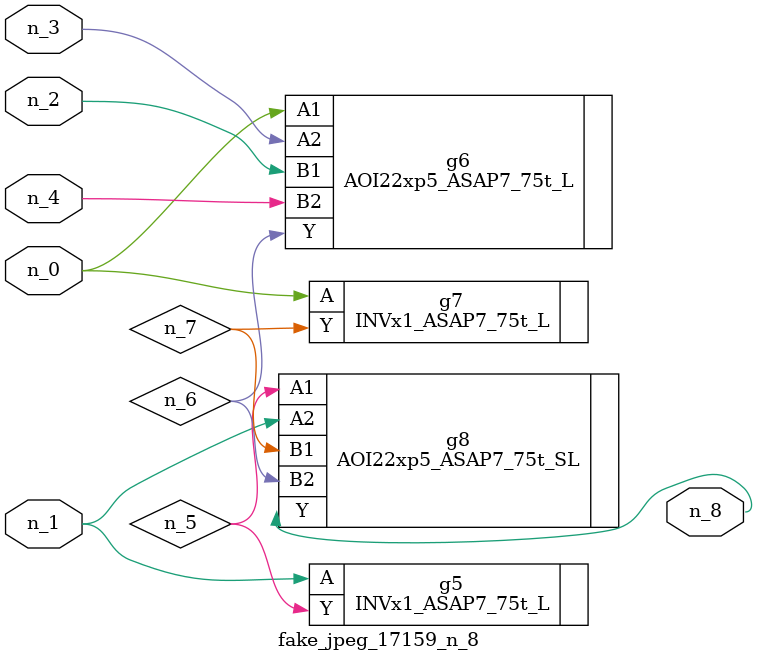
<source format=v>
module fake_jpeg_17159_n_8 (n_3, n_2, n_1, n_0, n_4, n_8);

input n_3;
input n_2;
input n_1;
input n_0;
input n_4;

output n_8;

wire n_6;
wire n_5;
wire n_7;

INVx1_ASAP7_75t_L g5 ( 
.A(n_1),
.Y(n_5)
);

AOI22xp5_ASAP7_75t_L g6 ( 
.A1(n_0),
.A2(n_3),
.B1(n_2),
.B2(n_4),
.Y(n_6)
);

INVx1_ASAP7_75t_L g7 ( 
.A(n_0),
.Y(n_7)
);

AOI22xp5_ASAP7_75t_SL g8 ( 
.A1(n_5),
.A2(n_1),
.B1(n_7),
.B2(n_6),
.Y(n_8)
);


endmodule
</source>
